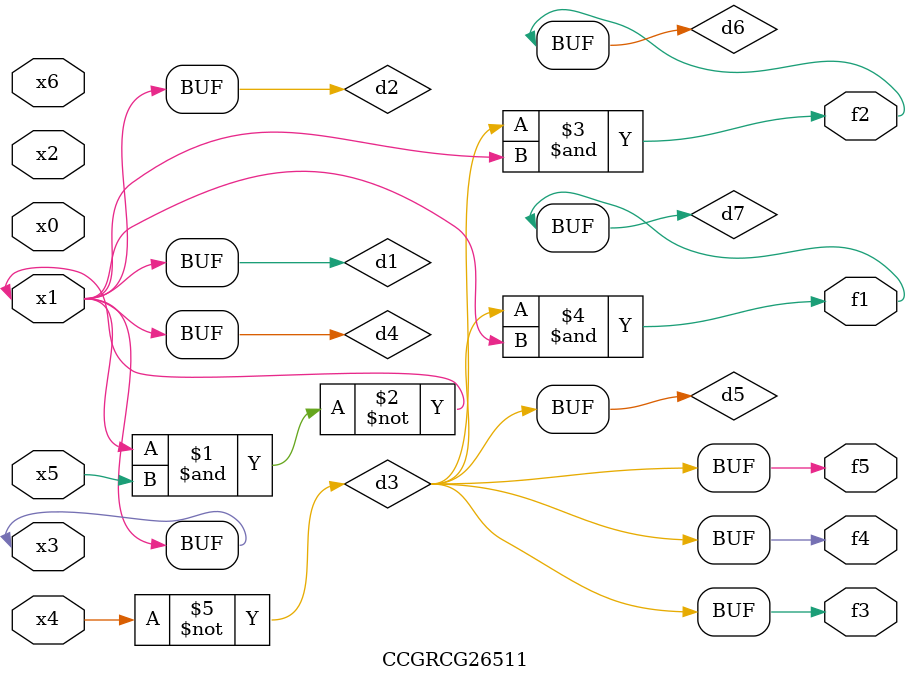
<source format=v>
module CCGRCG26511(
	input x0, x1, x2, x3, x4, x5, x6,
	output f1, f2, f3, f4, f5
);

	wire d1, d2, d3, d4, d5, d6, d7;

	buf (d1, x1, x3);
	nand (d2, x1, x5);
	not (d3, x4);
	buf (d4, d1, d2);
	buf (d5, d3);
	and (d6, d3, d4);
	and (d7, d3, d4);
	assign f1 = d7;
	assign f2 = d6;
	assign f3 = d5;
	assign f4 = d5;
	assign f5 = d5;
endmodule

</source>
